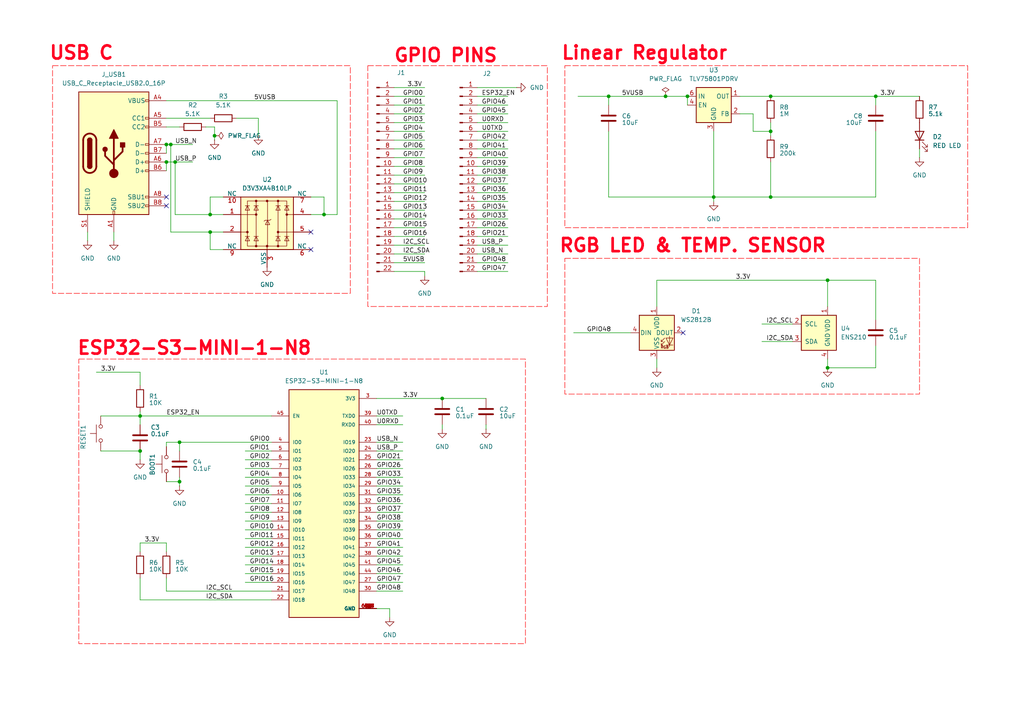
<source format=kicad_sch>
(kicad_sch (version 20231120) (generator "eeschema") (generator_version "8.0")
  (paper "A4")
  (title_block (title "ESP32-S3-MINI-1-N8 Dev Board") (date "2025-02-05") (comment 1 "Nabil Hassan"))
  (lib_symbols
    (symbol "Connector:Conn_01x22_Pin" (pin_names (offset 1.016) hide)
      (property "Reference" "J" (at 0 27.94 0))
      (property "Value" "Conn_01x22_Pin" (at 0 -30.48 0))
      (symbol "Conn_01x22_Pin_1_1"
        (polyline (pts (xy 1.27 -27.94) (xy 0.8636 -27.94)) (stroke (width 0.1524)))
        (polyline (pts (xy 1.27 -25.4) (xy 0.8636 -25.4)) (stroke (width 0.1524)))
        (polyline (pts (xy 1.27 -22.86) (xy 0.8636 -22.86)) (stroke (width 0.1524)))
        (polyline (pts (xy 1.27 -20.32) (xy 0.8636 -20.32)) (stroke (width 0.1524)))
        (polyline (pts (xy 1.27 -17.78) (xy 0.8636 -17.78)) (stroke (width 0.1524)))
        (polyline (pts (xy 1.27 -15.24) (xy 0.8636 -15.24)) (stroke (width 0.1524)))
        (polyline (pts (xy 1.27 -12.7) (xy 0.8636 -12.7)) (stroke (width 0.1524)))
        (polyline (pts (xy 1.27 -10.16) (xy 0.8636 -10.16)) (stroke (width 0.1524)))
        (polyline (pts (xy 1.27 -7.62) (xy 0.8636 -7.62)) (stroke (width 0.1524)))
        (polyline (pts (xy 1.27 -5.08) (xy 0.8636 -5.08)) (stroke (width 0.1524)))
        (polyline (pts (xy 1.27 -2.54) (xy 0.8636 -2.54)) (stroke (width 0.1524)))
        (polyline (pts (xy 1.27 0) (xy 0.8636 0)) (stroke (width 0.1524)))
        (polyline (pts (xy 1.27 2.54) (xy 0.8636 2.54)) (stroke (width 0.1524)))
        (polyline (pts (xy 1.27 5.08) (xy 0.8636 5.08)) (stroke (width 0.1524)))
        (polyline (pts (xy 1.27 7.62) (xy 0.8636 7.62)) (stroke (width 0.1524)))
        (polyline (pts (xy 1.27 10.16) (xy 0.8636 10.16)) (stroke (width 0.1524)))
        (polyline (pts (xy 1.27 12.7) (xy 0.8636 12.7)) (stroke (width 0.1524)))
        (polyline (pts (xy 1.27 15.24) (xy 0.8636 15.24)) (stroke (width 0.1524)))
        (polyline (pts (xy 1.27 17.78) (xy 0.8636 17.78)) (stroke (width 0.1524)))
        (polyline (pts (xy 1.27 20.32) (xy 0.8636 20.32)) (stroke (width 0.1524)))
        (polyline (pts (xy 1.27 22.86) (xy 0.8636 22.86)) (stroke (width 0.1524)))
        (polyline (pts (xy 1.27 25.4) (xy 0.8636 25.4)) (stroke (width 0.1524)))
        (rectangle (start 0.8636 -27.813) (end 0 -28.067) (stroke (width 0.1524)) (fill (type outline)))
        (rectangle (start 0.8636 -25.273) (end 0 -25.527) (stroke (width 0.1524)) (fill (type outline)))
        (rectangle (start 0.8636 -22.733) (end 0 -22.987) (stroke (width 0.1524)) (fill (type outline)))
        (rectangle (start 0.8636 -20.193) (end 0 -20.447) (stroke (width 0.1524)) (fill (type outline)))
        (rectangle (start 0.8636 -17.653) (end 0 -17.907) (stroke (width 0.1524)) (fill (type outline)))
        (rectangle (start 0.8636 -15.113) (end 0 -15.367) (stroke (width 0.1524)) (fill (type outline)))
        (rectangle (start 0.8636 -12.573) (end 0 -12.827) (stroke (width 0.1524)) (fill (type outline)))
        (rectangle (start 0.8636 -10.033) (end 0 -10.287) (stroke (width 0.1524)) (fill (type outline)))
        (rectangle (start 0.8636 -7.493) (end 0 -7.747) (stroke (width 0.1524)) (fill (type outline)))
        (rectangle (start 0.8636 -4.953) (end 0 -5.207) (stroke (width 0.1524)) (fill (type outline)))
        (rectangle (start 0.8636 -2.413) (end 0 -2.667) (stroke (width 0.1524)) (fill (type outline)))
        (rectangle (start 0.8636 0.127) (end 0 -0.127) (stroke (width 0.1524)) (fill (type outline)))
        (rectangle (start 0.8636 2.667) (end 0 2.413) (stroke (width 0.1524)) (fill (type outline)))
        (rectangle (start 0.8636 5.207) (end 0 4.953) (stroke (width 0.1524)) (fill (type outline)))
        (rectangle (start 0.8636 7.747) (end 0 7.493) (stroke (width 0.1524)) (fill (type outline)))
        (rectangle (start 0.8636 10.287) (end 0 10.033) (stroke (width 0.1524)) (fill (type outline)))
        (rectangle (start 0.8636 12.827) (end 0 12.573) (stroke (width 0.1524)) (fill (type outline)))
        (rectangle (start 0.8636 15.367) (end 0 15.113) (stroke (width 0.1524)) (fill (type outline)))
        (rectangle (start 0.8636 17.907) (end 0 17.653) (stroke (width 0.1524)) (fill (type outline)))
        (rectangle (start 0.8636 20.447) (end 0 20.193) (stroke (width 0.1524)) (fill (type outline)))
        (rectangle (start 0.8636 22.987) (end 0 22.733) (stroke (width 0.1524)) (fill (type outline)))
        (rectangle (start 0.8636 25.527) (end 0 25.273) (stroke (width 0.1524)) (fill (type outline)))
        (pin passive line (at 5.08 25.4 180) (length 3.81) (name "Pin_1") (number "1"))
        (pin passive line (at 5.08 2.54 180) (length 3.81) (name "Pin_10") (number "10"))
        (pin passive line (at 5.08 0 180) (length 3.81) (name "Pin_11") (number "11"))
        (pin passive line (at 5.08 -2.54 180) (length 3.81) (name "Pin_12") (number "12"))
        (pin passive line (at 5.08 -5.08 180) (length 3.81) (name "Pin_13") (number "13"))
        (pin passive line (at 5.08 -7.62 180) (length 3.81) (name "Pin_14") (number "14"))
        (pin passive line (at 5.08 -10.16 180) (length 3.81) (name "Pin_15") (number "15"))
        (pin passive line (at 5.08 -12.7 180) (length 3.81) (name "Pin_16") (number "16"))
        (pin passive line (at 5.08 -15.24 180) (length 3.81) (name "Pin_17") (number "17"))
        (pin passive line (at 5.08 -17.78 180) (length 3.81) (name "Pin_18") (number "18"))
        (pin passive line (at 5.08 -20.32 180) (length 3.81) (name "Pin_19") (number "19"))
        (pin passive line (at 5.08 22.86 180) (length 3.81) (name "Pin_2") (number "2"))
        (pin passive line (at 5.08 -22.86 180) (length 3.81) (name "Pin_20") (number "20"))
        (pin passive line (at 5.08 -25.4 180) (length 3.81) (name "Pin_21") (number "21"))
        (pin passive line (at 5.08 -27.94 180) (length 3.81) (name "Pin_22") (number "22"))
        (pin passive line (at 5.08 20.32 180) (length 3.81) (name "Pin_3") (number "3"))
        (pin passive line (at 5.08 17.78 180) (length 3.81) (name "Pin_4") (number "4"))
        (pin passive line (at 5.08 15.24 180) (length 3.81) (name "Pin_5") (number "5"))
        (pin passive line (at 5.08 12.7 180) (length 3.81) (name "Pin_6") (number "6"))
        (pin passive line (at 5.08 10.16 180) (length 3.81) (name "Pin_7") (number "7"))
        (pin passive line (at 5.08 7.62 180) (length 3.81) (name "Pin_8") (number "8"))
        (pin passive line (at 5.08 5.08 180) (length 3.81) (name "Pin_9") (number "9"))
      )
    )
    (symbol "Connector:USB_C_Receptacle_USB2.0_16P" (pin_names (offset 1.016))
      (property "Reference" "J" (at 0 22.225 0))
      (property "Value" "USB_C_Receptacle_USB2.0_16P" (at 0 19.685 0))
      (symbol "USB_C_Receptacle_USB2.0_16P_0_0"
        (rectangle (start -0.254 -17.78) (end 0.254 -16.764))
        (rectangle (start 10.16 -14.986) (end 9.144 -15.494))
        (rectangle (start 10.16 -12.446) (end 9.144 -12.954))
        (rectangle (start 10.16 -4.826) (end 9.144 -5.334))
        (rectangle (start 10.16 -2.286) (end 9.144 -2.794))
        (rectangle (start 10.16 0.254) (end 9.144 -0.254))
        (rectangle (start 10.16 2.794) (end 9.144 2.286))
        (rectangle (start 10.16 7.874) (end 9.144 7.366))
        (rectangle (start 10.16 10.414) (end 9.144 9.906))
        (rectangle (start 10.16 15.494) (end 9.144 14.986))
      )
      (symbol "USB_C_Receptacle_USB2.0_16P_0_1"
        (rectangle (start -10.16 17.78) (end 10.16 -17.78) (stroke (width 0.254)) (fill (type background)))
        (arc (start -8.89 -3.81) (mid -6.985 -5.7067) (end -5.08 -3.81) (stroke (width 0.508)))
        (arc (start -7.62 -3.81) (mid -6.985 -4.4423) (end -6.35 -3.81) (stroke (width 0.254)))
        (arc (start -7.62 -3.81) (mid -6.985 -4.4423) (end -6.35 -3.81) (stroke (width 0.254)) (fill (type outline)))
        (rectangle (start -7.62 -3.81) (end -6.35 3.81) (stroke (width 0.254)) (fill (type outline)))
        (arc (start -6.35 3.81) (mid -6.985 4.4423) (end -7.62 3.81) (stroke (width 0.254)))
        (arc (start -6.35 3.81) (mid -6.985 4.4423) (end -7.62 3.81) (stroke (width 0.254)) (fill (type outline)))
        (arc (start -5.08 3.81) (mid -6.985 5.7067) (end -8.89 3.81) (stroke (width 0.508)))
        (circle (center -2.54 1.143) (radius 0.635) (stroke (width 0.254)) (fill (type outline)))
        (circle (center 0 -5.842) (radius 1.27) (fill (type outline)))
        (polyline (pts (xy -8.89 -3.81) (xy -8.89 3.81)) (stroke (width 0.508)))
        (polyline (pts (xy -5.08 3.81) (xy -5.08 -3.81)) (stroke (width 0.508)))
        (polyline (pts (xy 0 -5.842) (xy 0 4.318)) (stroke (width 0.508)))
        (polyline (pts (xy 0 -3.302) (xy -2.54 -0.762) (xy -2.54 0.508)) (stroke (width 0.508)))
        (polyline (pts (xy 0 -2.032) (xy 2.54 0.508) (xy 2.54 1.778)) (stroke (width 0.508)))
        (polyline (pts (xy -1.27 4.318) (xy 0 6.858) (xy 1.27 4.318) (xy -1.27 4.318)) (stroke (width 0.254)) (fill (type outline)))
        (rectangle (start 1.905 1.778) (end 3.175 3.048) (stroke (width 0.254)) (fill (type outline)))
      )
      (symbol "USB_C_Receptacle_USB2.0_16P_1_1"
        (pin passive line (at 0 -22.86 90) (length 5.08) (name "GND") (number "A1"))
        (pin passive line (at 0 -22.86 90) (length 5.08) hide (name "GND") (number "A12"))
        (pin passive line (at 15.24 15.24 180) (length 5.08) (name "VBUS") (number "A4"))
        (pin bidirectional line (at 15.24 10.16 180) (length 5.08) (name "CC1") (number "A5"))
        (pin bidirectional line (at 15.24 -2.54 180) (length 5.08) (name "D+") (number "A6"))
        (pin bidirectional line (at 15.24 2.54 180) (length 5.08) (name "D-") (number "A7"))
        (pin bidirectional line (at 15.24 -12.7 180) (length 5.08) (name "SBU1") (number "A8"))
        (pin passive line (at 15.24 15.24 180) (length 5.08) hide (name "VBUS") (number "A9"))
        (pin passive line (at 0 -22.86 90) (length 5.08) hide (name "GND") (number "B1"))
        (pin passive line (at 0 -22.86 90) (length 5.08) hide (name "GND") (number "B12"))
        (pin passive line (at 15.24 15.24 180) (length 5.08) hide (name "VBUS") (number "B4"))
        (pin bidirectional line (at 15.24 7.62 180) (length 5.08) (name "CC2") (number "B5"))
        (pin bidirectional line (at 15.24 -5.08 180) (length 5.08) (name "D+") (number "B6"))
        (pin bidirectional line (at 15.24 0 180) (length 5.08) (name "D-") (number "B7"))
        (pin bidirectional line (at 15.24 -15.24 180) (length 5.08) (name "SBU2") (number "B8"))
        (pin passive line (at 15.24 15.24 180) (length 5.08) hide (name "VBUS") (number "B9"))
        (pin passive line (at -7.62 -22.86 90) (length 5.08) (name "SHIELD") (number "S1"))
      )
    )
    (symbol "Device:C" (pin_numbers hide) (pin_names (offset 0.254))
      (property "Reference" "C" (at 0.635 2.54 0))
      (property "Value" "C" (at 0.635 -2.54 0))
      (symbol "C_0_1"
        (polyline (pts (xy -2.032 -0.762) (xy 2.032 -0.762)) (stroke (width 0.508)))
        (polyline (pts (xy -2.032 0.762) (xy 2.032 0.762)) (stroke (width 0.508)))
      )
      (symbol "C_1_1"
        (pin passive line (at 0 3.81 270) (length 2.794) (name "~") (number "1"))
        (pin passive line (at 0 -3.81 90) (length 2.794) (name "~") (number "2"))
      )
    )
    (symbol "Device:LED" (pin_numbers hide) (pin_names (offset 1.016) hide)
      (property "Reference" "D" (at 0 2.54 0))
      (property "Value" "LED" (at 0 -2.54 0))
      (symbol "LED_0_1"
        (polyline (pts (xy -1.27 -1.27) (xy -1.27 1.27)) (stroke (width 0.254)))
        (polyline (pts (xy -1.27 0) (xy 1.27 0)))
        (polyline (pts (xy 1.27 -1.27) (xy 1.27 1.27) (xy -1.27 0) (xy 1.27 -1.27)) (stroke (width 0.254)))
        (polyline (pts (xy -3.048 -0.762) (xy -4.572 -2.286) (xy -3.81 -2.286) (xy -4.572 -2.286) (xy -4.572 -1.524)))
        (polyline (pts (xy -1.778 -0.762) (xy -3.302 -2.286) (xy -2.54 -2.286) (xy -3.302 -2.286) (xy -3.302 -1.524)))
      )
      (symbol "LED_1_1"
        (pin passive line (at -3.81 0 0) (length 2.54) (name "K") (number "1"))
        (pin passive line (at 3.81 0 180) (length 2.54) (name "A") (number "2"))
      )
    )
    (symbol "Device:R" (pin_numbers hide) (pin_names (offset 0))
      (property "Reference" "R" (at 2.032 0 90))
      (property "Value" "R" (at 0 0 90))
      (symbol "R_0_1"
        (rectangle (start -1.016 -2.54) (end 1.016 2.54) (stroke (width 0.254)))
      )
      (symbol "R_1_1"
        (pin passive line (at 0 3.81 270) (length 1.27) (name "~") (number "1"))
        (pin passive line (at 0 -3.81 90) (length 1.27) (name "~") (number "2"))
      )
    )
    (symbol "ESP32-S3-MINI-1-N8:ESP32-S3-MINI-1-N8" (pin_names (offset 1.016))
      (property "Reference" "U" (at -10.16 34.29 0))
      (property "Value" "ESP32-S3-MINI-1-N8" (at -10.16 -35.56 0))
      (symbol "ESP32-S3-MINI-1-N8_0_0"
        (rectangle (start -10.16 -33.02) (end 10.16 33.02) (stroke (width 0.254)) (fill (type background)))
        (pin power_in line (at 15.24 -30.48 180) (length 5.08) (name "GND") (number "1"))
        (pin bidirectional line (at -15.24 2.54 0) (length 5.08) (name "IO6") (number "10"))
        (pin bidirectional line (at -15.24 0 0) (length 5.08) (name "IO7") (number "11"))
        (pin bidirectional line (at -15.24 -2.54 0) (length 5.08) (name "IO8") (number "12"))
        (pin bidirectional line (at -15.24 -5.08 0) (length 5.08) (name "IO9") (number "13"))
        (pin bidirectional line (at -15.24 -7.62 0) (length 5.08) (name "IO10") (number "14"))
        (pin bidirectional line (at -15.24 -10.16 0) (length 5.08) (name "IO11") (number "15"))
        (pin bidirectional line (at -15.24 -12.7 0) (length 5.08) (name "IO12") (number "16"))
        (pin bidirectional line (at -15.24 -15.24 0) (length 5.08) (name "IO13") (number "17"))
        (pin bidirectional line (at -15.24 -17.78 0) (length 5.08) (name "IO14") (number "18"))
        (pin bidirectional line (at -15.24 -20.32 0) (length 5.08) (name "IO15") (number "19"))
        (pin power_in line (at 15.24 -30.48 180) (length 5.08) (name "GND") (number "2"))
        (pin bidirectional line (at -15.24 -22.86 0) (length 5.08) (name "IO16") (number "20"))
        (pin bidirectional line (at -15.24 -25.4 0) (length 5.08) (name "IO17") (number "21"))
        (pin bidirectional line (at -15.24 -27.94 0) (length 5.08) (name "IO18") (number "22"))
        (pin bidirectional line (at 15.24 17.78 180) (length 5.08) (name "IO19") (number "23"))
        (pin bidirectional line (at 15.24 15.24 180) (length 5.08) (name "IO20") (number "24"))
        (pin bidirectional line (at 15.24 12.7 180) (length 5.08) (name "IO21") (number "25"))
        (pin bidirectional line (at 15.24 10.16 180) (length 5.08) (name "IO26") (number "26"))
        (pin bidirectional line (at 15.24 -22.86 180) (length 5.08) (name "IO47") (number "27"))
        (pin bidirectional line (at 15.24 7.62 180) (length 5.08) (name "IO33") (number "28"))
        (pin bidirectional line (at 15.24 5.08 180) (length 5.08) (name "IO34") (number "29"))
        (pin power_in line (at 15.24 30.48 180) (length 5.08) (name "3V3") (number "3"))
        (pin bidirectional line (at 15.24 -25.4 180) (length 5.08) (name "IO48") (number "30"))
        (pin bidirectional line (at 15.24 2.54 180) (length 5.08) (name "IO35") (number "31"))
        (pin bidirectional line (at 15.24 0 180) (length 5.08) (name "IO36") (number "32"))
        (pin bidirectional line (at 15.24 -2.54 180) (length 5.08) (name "IO37") (number "33"))
        (pin bidirectional line (at 15.24 -5.08 180) (length 5.08) (name "IO38") (number "34"))
        (pin bidirectional line (at 15.24 -7.62 180) (length 5.08) (name "IO39") (number "35"))
        (pin bidirectional line (at 15.24 -10.16 180) (length 5.08) (name "IO40") (number "36"))
        (pin bidirectional line (at 15.24 -12.7 180) (length 5.08) (name "IO41") (number "37"))
        (pin bidirectional line (at 15.24 -15.24 180) (length 5.08) (name "IO42") (number "38"))
        (pin bidirectional line (at 15.24 25.4 180) (length 5.08) (name "TXD0") (number "39"))
        (pin bidirectional line (at -15.24 17.78 0) (length 5.08) (name "IO0") (number "4"))
        (pin bidirectional line (at 15.24 22.86 180) (length 5.08) (name "RXD0") (number "40"))
        (pin bidirectional line (at 15.24 -17.78 180) (length 5.08) (name "IO45") (number "41"))
        (pin power_in line (at 15.24 -30.48 180) (length 5.08) (name "GND") (number "42"))
        (pin power_in line (at 15.24 -30.48 180) (length 5.08) (name "GND") (number "43"))
        (pin bidirectional line (at 15.24 -20.32 180) (length 5.08) (name "IO46") (number "44"))
        (pin input line (at -15.24 25.4 0) (length 5.08) (name "EN") (number "45"))
        (pin power_in line (at 15.24 -30.48 180) (length 5.08) (name "GND") (number "46"))
        (pin power_in line (at 15.24 -30.48 180) (length 5.08) (name "GND") (number "47"))
        (pin power_in line (at 15.24 -30.48 180) (length 5.08) (name "GND") (number "48"))
        (pin power_in line (at 15.24 -30.48 180) (length 5.08) (name "GND") (number "49"))
        (pin bidirectional line (at -15.24 15.24 0) (length 5.08) (name "IO1") (number "5"))
        (pin power_in line (at 15.24 -30.48 180) (length 5.08) (name "GND") (number "50"))
        (pin power_in line (at 15.24 -30.48 180) (length 5.08) (name "GND") (number "51"))
        (pin power_in line (at 15.24 -30.48 180) (length 5.08) (name "GND") (number "52"))
        (pin power_in line (at 15.24 -30.48 180) (length 5.08) (name "GND") (number "53"))
        (pin power_in line (at 15.24 -30.48 180) (length 5.08) (name "GND") (number "54"))
        (pin power_in line (at 15.24 -30.48 180) (length 5.08) (name "GND") (number "55"))
        (pin power_in line (at 15.24 -30.48 180) (length 5.08) (name "GND") (number "56"))
        (pin power_in line (at 15.24 -30.48 180) (length 5.08) (name "GND") (number "57"))
        (pin power_in line (at 15.24 -30.48 180) (length 5.08) (name "GND") (number "58"))
        (pin power_in line (at 15.24 -30.48 180) (length 5.08) (name "GND") (number "59"))
        (pin bidirectional line (at -15.24 12.7 0) (length 5.08) (name "IO2") (number "6"))
        (pin power_in line (at 15.24 -30.48 180) (length 5.08) (name "GND") (number "60"))
        (pin power_in line (at 15.24 -30.48 180) (length 5.08) (name "GND") (number "61"))
        (pin power_in line (at 15.24 -30.48 180) (length 5.08) (name "GND") (number "61_1"))
        (pin power_in line (at 15.24 -30.48 180) (length 5.08) (name "GND") (number "61_2"))
        (pin power_in line (at 15.24 -30.48 180) (length 5.08) (name "GND") (number "61_3"))
        (pin power_in line (at 15.24 -30.48 180) (length 5.08) (name "GND") (number "61_4"))
        (pin power_in line (at 15.24 -30.48 180) (length 5.08) (name "GND") (number "61_5"))
        (pin power_in line (at 15.24 -30.48 180) (length 5.08) (name "GND") (number "61_6"))
        (pin power_in line (at 15.24 -30.48 180) (length 5.08) (name "GND") (number "61_7"))
        (pin power_in line (at 15.24 -30.48 180) (length 5.08) (name "GND") (number "61_8"))
        (pin power_in line (at 15.24 -30.48 180) (length 5.08) (name "GND") (number "62"))
        (pin power_in line (at 15.24 -30.48 180) (length 5.08) (name "GND") (number "63"))
        (pin power_in line (at 15.24 -30.48 180) (length 5.08) (name "GND") (number "64"))
        (pin power_in line (at 15.24 -30.48 180) (length 5.08) (name "GND") (number "65"))
        (pin bidirectional line (at -15.24 10.16 0) (length 5.08) (name "IO3") (number "7"))
        (pin bidirectional line (at -15.24 7.62 0) (length 5.08) (name "IO4") (number "8"))
        (pin bidirectional line (at -15.24 5.08 0) (length 5.08) (name "IO5") (number "9"))
      )
    )
    (symbol "LED:WS2812B" (pin_names (offset 0.254))
      (property "Reference" "D" (at 5.08 5.715 0))
      (property "Value" "WS2812B" (at 1.27 -5.715 0))
      (symbol "WS2812B_0_0"
        (text "RGB" (at 2.286 -4.191 0) (effects (font (size 0.762 0.762))))
      )
      (symbol "WS2812B_0_1"
        (polyline (pts (xy 1.27 -3.556) (xy 1.778 -3.556)))
        (polyline (pts (xy 1.27 -2.54) (xy 1.778 -2.54)))
        (polyline (pts (xy 4.699 -3.556) (xy 2.667 -3.556)))
        (polyline (pts (xy 2.286 -2.54) (xy 1.27 -3.556) (xy 1.27 -3.048)))
        (polyline (pts (xy 2.286 -1.524) (xy 1.27 -2.54) (xy 1.27 -2.032)))
        (polyline (pts (xy 3.683 -1.016) (xy 3.683 -3.556) (xy 3.683 -4.064)))
        (polyline (pts (xy 4.699 -1.524) (xy 2.667 -1.524) (xy 3.683 -3.556) (xy 4.699 -1.524)))
        (rectangle (start 5.08 5.08) (end -5.08 -5.08) (stroke (width 0.254)) (fill (type background)))
      )
      (symbol "WS2812B_1_1"
        (pin power_in line (at 0 7.62 270) (length 2.54) (name "VDD") (number "1"))
        (pin output line (at 7.62 0 180) (length 2.54) (name "DOUT") (number "2"))
        (pin power_in line (at 0 -7.62 90) (length 2.54) (name "VSS") (number "3"))
        (pin input line (at -7.62 0 0) (length 2.54) (name "DIN") (number "4"))
      )
    )
    (symbol "Power_Protection:D3V3XA4B10LP" (pin_names (offset 0))
      (property "Reference" "U" (at -0.635 8.89 0))
      (property "Value" "D3V3XA4B10LP" (at 8.89 -10.16 0))
      (symbol "D3V3XA4B10LP_0_0"
        (rectangle (start -5.715 6.477) (end 5.715 -6.604))
        (polyline (pts (xy -3.175 -6.604) (xy -3.175 6.477)))
        (polyline (pts (xy 0.127 6.477) (xy 0.127 -6.604)))
        (polyline (pts (xy 3.175 6.477) (xy 3.175 -6.604)))
      )
      (symbol "D3V3XA4B10LP_0_1"
        (rectangle (start -7.62 7.62) (end 7.62 -7.62) (stroke (width 0.254)) (fill (type background)))
        (circle (center -5.715 -2.54) (radius 0.2794) (fill (type outline)))
        (circle (center -3.175 -6.604) (radius 0.2794) (fill (type outline)))
        (circle (center -3.175 2.54) (radius 0.2794) (fill (type outline)))
        (circle (center -3.175 6.477) (radius 0.2794) (fill (type outline)))
        (circle (center 0 -6.604) (radius 0.2794) (fill (type outline)))
        (polyline (pts (xy -7.747 2.54) (xy -3.175 2.54)))
        (polyline (pts (xy -7.62 -2.54) (xy -5.715 -2.54)))
        (polyline (pts (xy -5.08 -3.81) (xy -6.35 -3.81)))
        (polyline (pts (xy -5.08 5.08) (xy -6.35 5.08)))
        (polyline (pts (xy -2.54 -3.81) (xy -3.81 -3.81)))
        (polyline (pts (xy -2.54 5.08) (xy -3.81 5.08)))
        (polyline (pts (xy -0.508 0.889) (xy -0.889 0.635)))
        (polyline (pts (xy 0 -6.604) (xy 0 -7.62)))
        (polyline (pts (xy 0.762 0.889) (xy -0.508 0.889)))
        (polyline (pts (xy 0.762 0.889) (xy 1.143 1.143)))
        (polyline (pts (xy 3.81 -3.81) (xy 2.54 -3.81)))
        (polyline (pts (xy 3.81 5.08) (xy 2.54 5.08)))
        (polyline (pts (xy 6.35 -3.81) (xy 5.08 -3.81)))
        (polyline (pts (xy 6.35 5.08) (xy 5.08 5.08)))
        (polyline (pts (xy 7.62 -2.54) (xy 3.175 -2.54)))
        (polyline (pts (xy 7.62 2.54) (xy 5.715 2.54)))
        (polyline (pts (xy -5.08 -5.08) (xy -6.35 -5.08) (xy -5.715 -3.81) (xy -5.08 -5.08)))
        (polyline (pts (xy -5.08 3.81) (xy -6.35 3.81) (xy -5.715 5.08) (xy -5.08 3.81)))
        (polyline (pts (xy -2.54 -5.08) (xy -3.81 -5.08) (xy -3.175 -3.81) (xy -2.54 -5.08)))
        (polyline (pts (xy -2.54 3.81) (xy -3.81 3.81) (xy -3.175 5.08) (xy -2.54 3.81)))
        (polyline (pts (xy 0.762 -0.381) (xy -0.508 -0.381) (xy 0.127 0.889) (xy 0.762 -0.381)))
        (polyline (pts (xy 3.81 -5.08) (xy 2.54 -5.08) (xy 3.175 -3.81) (xy 3.81 -5.08)))
        (polyline (pts (xy 3.81 3.81) (xy 2.54 3.81) (xy 3.175 5.08) (xy 3.81 3.81)))
        (polyline (pts (xy 6.35 -5.08) (xy 5.08 -5.08) (xy 5.715 -3.81) (xy 6.35 -5.08)))
        (polyline (pts (xy 6.35 3.81) (xy 5.08 3.81) (xy 5.715 5.08) (xy 6.35 3.81)))
        (circle (center 0 6.477) (radius 0.2794) (fill (type outline)))
        (circle (center 3.175 -6.604) (radius 0.2794) (fill (type outline)))
        (circle (center 3.175 -2.54) (radius 0.2794) (fill (type outline)))
        (circle (center 3.175 6.477) (radius 0.2794) (fill (type outline)))
        (circle (center 5.715 2.54) (radius 0.2794) (fill (type outline)))
      )
      (symbol "D3V3XA4B10LP_1_1"
        (pin passive line (at -12.7 2.54 0) (length 5.08) (name "~") (number "1"))
        (pin free line (at -12.7 7.62 0) (length 5.08) (name "NC") (number "10"))
        (pin passive line (at -12.7 -2.54 0) (length 5.08) (name "~") (number "2"))
        (pin power_in line (at 0 -12.7 90) (length 5.08) (name "VSS") (number "3"))
        (pin passive line (at 12.7 2.54 180) (length 5.08) (name "~") (number "4"))
        (pin passive line (at 12.7 -2.54 180) (length 5.08) (name "~") (number "5"))
        (pin free line (at 12.7 -7.62 180) (length 5.08) (name "NC") (number "6"))
        (pin free line (at 12.7 7.62 180) (length 5.08) (name "NC") (number "7"))
        (pin passive line (at 0 -12.7 90) (length 5.08) hide (name "VSS") (number "8"))
        (pin free line (at -12.7 -7.62 0) (length 5.08) (name "NC") (number "9"))
      )
    )
    (symbol "Regulator_Linear:TLV75801PDRV"
      (property "Reference" "U" (at -3.81 6.35 0))
      (property "Value" "TLV75801PDRV" (at 0 6.35 0))
      (symbol "TLV75801PDRV_0_1"
        (rectangle (start 5.08 -5.08) (end -5.08 5.08) (stroke (width 0.254)) (fill (type background)))
      )
      (symbol "TLV75801PDRV_1_1"
        (pin power_out line (at 7.62 2.54 180) (length 2.54) (name "OUT") (number "1"))
        (pin input line (at 7.62 -2.54 180) (length 2.54) (name "FB") (number "2"))
        (pin power_in line (at 0 -7.62 90) (length 2.54) (name "GND") (number "3"))
        (pin input line (at -7.62 0 0) (length 2.54) (name "EN") (number "4"))
        (pin no_connect line (at 5.08 0 180) (length 2.54) hide (name "DNC") (number "5"))
        (pin power_in line (at -7.62 2.54 0) (length 2.54) (name "IN") (number "6"))
        (pin passive line (at 0 -7.62 90) (length 2.54) hide (name "GND") (number "7"))
      )
    )
    (symbol "Sensor_Humidity:ENS210" (pin_names (offset 1.016))
      (property "Reference" "U" (at -7.62 10.16 0))
      (property "Value" "ENS210" (at -7.62 7.62 0))
      (symbol "ENS210_0_1"
        (rectangle (start -5.08 5.08) (end 5.08 -5.08) (stroke (width 0.254)) (fill (type background)))
      )
      (symbol "ENS210_1_1"
        (pin power_in line (at 2.54 7.62 270) (length 2.54) (name "VDD") (number "1"))
        (pin input line (at -7.62 2.54 0) (length 2.54) (name "SCL") (number "2"))
        (pin bidirectional line (at -7.62 -2.54 0) (length 2.54) (name "SDA") (number "3"))
        (pin power_in line (at 2.54 -7.62 90) (length 2.54) (name "GND") (number "4"))
        (pin passive line (at 2.54 -7.62 90) (length 2.54) hide (name "GND") (number "5"))
      )
    )
    (symbol "Switch:SW_Push" (pin_numbers hide) (pin_names (offset 1.016) hide)
      (property "Reference" "SW" (at 1.27 2.54 0))
      (property "Value" "SW_Push" (at 0 -1.524 0))
      (symbol "SW_Push_0_1"
        (circle (center -2.032 0) (radius 0.508))
        (polyline (pts (xy 0 1.27) (xy 0 3.048)))
        (polyline (pts (xy 2.54 1.27) (xy -2.54 1.27)))
        (circle (center 2.032 0) (radius 0.508))
        (pin passive line (at -5.08 0 0) (length 2.54) (name "1") (number "1"))
        (pin passive line (at 5.08 0 180) (length 2.54) (name "2") (number "2"))
      )
    )
    (symbol "power:GND" (power) (pin_numbers hide) (pin_names (offset 0) hide)
      (property "Value" "GND" (at 0 -3.81 0))
      (symbol "GND_0_1"
        (polyline (pts (xy 0 0) (xy 0 -1.27) (xy 1.27 -1.27) (xy 0 -2.54) (xy -1.27 -1.27) (xy 0 -1.27)))
      )
      (symbol "GND_1_1"
        (pin power_in line (at 0 0 270) (length 0) (name "~") (number "1"))
      )
    )
    (symbol "power:PWR_FLAG" (power) (pin_numbers hide) (pin_names (offset 0) hide)
      (property "Value" "PWR_FLAG" (at 0 3.81 0))
      (symbol "PWR_FLAG_0_0"
        (pin power_out line (at 0 0 90) (length 0) (name "~") (number "1"))
      )
      (symbol "PWR_FLAG_0_1"
        (polyline (pts (xy 0 0) (xy 0 1.27) (xy -1.016 1.905) (xy 0 2.54) (xy 1.016 1.905) (xy 0 1.27)))
      )
    )
  )
  (junction (at 193.04 27.94))
  (junction (at 60.96 62.23))
  (junction (at 49.53 41.91))
  (junction (at 254 27.94))
  (junction (at 128.27 115.57))
  (junction (at 223.52 27.94))
  (junction (at 176.53 27.94))
  (junction (at 223.52 57.15))
  (junction (at 223.52 38.1))
  (junction (at 93.98 62.23))
  (junction (at 240.03 106.68))
  (junction (at 52.07 128.27))
  (junction (at 50.8 46.99))
  (junction (at 60.96 67.31))
  (junction (at 48.26 46.99))
  (junction (at 48.26 41.91))
  (junction (at 40.64 120.65))
  (junction (at 207.01 57.15))
  (junction (at 62.23 39.37))
  (junction (at 199.39 27.94))
  (junction (at 240.03 81.28))
  (junction (at 52.07 139.7))
  (junction (at 40.64 130.81))
  (no_connect (at 90.17 72.39))
  (no_connect (at 198.12 96.52))
  (no_connect (at 48.26 57.15))
  (no_connect (at 90.17 67.31))
  (no_connect (at 48.26 59.69))
  (wire (pts (xy 52.07 128.27) (xy 78.74 128.27)))
  (wire (pts (xy 114.3 48.26) (xy 123.19 48.26)))
  (wire (pts (xy 138.43 45.72) (xy 147.32 45.72)))
  (wire (pts (xy 78.74 173.99) (xy 40.64 173.99)))
  (wire (pts (xy 138.43 40.64) (xy 147.32 40.64)))
  (wire (pts (xy 71.12 156.21) (xy 78.74 156.21)))
  (wire (pts (xy 220.98 93.98) (xy 229.87 93.98)))
  (wire (pts (xy 114.3 76.2) (xy 123.19 76.2)))
  (wire (pts (xy 223.52 57.15) (xy 254 57.15)))
  (wire (pts (xy 71.12 161.29) (xy 78.74 161.29)))
  (wire (pts (xy 109.22 128.27) (xy 116.84 128.27)))
  (wire (pts (xy 48.26 46.99) (xy 48.26 49.53)))
  (wire (pts (xy 71.12 146.05) (xy 78.74 146.05)))
  (wire (pts (xy 167.64 27.94) (xy 176.53 27.94)))
  (wire (pts (xy 48.26 157.48) (xy 40.64 157.48)))
  (wire (pts (xy 109.22 138.43) (xy 116.84 138.43)))
  (wire (pts (xy 109.22 171.45) (xy 116.84 171.45)))
  (wire (pts (xy 71.12 130.81) (xy 78.74 130.81)))
  (wire (pts (xy 97.79 29.21) (xy 48.26 29.21)))
  (wire (pts (xy 25.4 67.31) (xy 25.4 69.85)))
  (wire (pts (xy 240.03 81.28) (xy 240.03 88.9)))
  (wire (pts (xy 190.5 81.28) (xy 240.03 81.28)))
  (wire (pts (xy 138.43 50.8) (xy 147.32 50.8)))
  (wire (pts (xy 109.22 151.13) (xy 116.84 151.13)))
  (wire (pts (xy 254 100.33) (xy 254 106.68)))
  (wire (pts (xy 176.53 27.94) (xy 176.53 30.48)))
  (wire (pts (xy 40.64 111.76) (xy 40.64 107.95)))
  (wire (pts (xy 48.26 46.99) (xy 50.8 46.99)))
  (wire (pts (xy 138.43 73.66) (xy 147.32 73.66)))
  (wire (pts (xy 114.3 60.96) (xy 123.19 60.96)))
  (wire (pts (xy 207.01 57.15) (xy 223.52 57.15)))
  (wire (pts (xy 109.22 140.97) (xy 116.84 140.97)))
  (wire (pts (xy 62.23 40.64) (xy 62.23 39.37)))
  (wire (pts (xy 48.26 171.45) (xy 78.74 171.45)))
  (wire (pts (xy 109.22 143.51) (xy 116.84 143.51)))
  (wire (pts (xy 223.52 27.94) (xy 254 27.94)))
  (wire (pts (xy 207.01 57.15) (xy 207.01 58.42)))
  (wire (pts (xy 138.43 58.42) (xy 147.32 58.42)))
  (wire (pts (xy 52.07 130.81) (xy 52.07 128.27)))
  (wire (pts (xy 109.22 158.75) (xy 116.84 158.75)))
  (wire (pts (xy 40.64 173.99) (xy 40.64 167.64)))
  (wire (pts (xy 64.77 67.31) (xy 60.96 67.31)))
  (wire (pts (xy 190.5 88.9) (xy 190.5 81.28)))
  (wire (pts (xy 71.12 135.89) (xy 78.74 135.89)))
  (wire (pts (xy 214.63 33.02) (xy 218.44 33.02)))
  (wire (pts (xy 114.3 30.48) (xy 123.19 30.48)))
  (wire (pts (xy 138.43 33.02) (xy 147.32 33.02)))
  (wire (pts (xy 50.8 46.99) (xy 55.88 46.99)))
  (wire (pts (xy 138.43 27.94) (xy 147.32 27.94)))
  (wire (pts (xy 223.52 38.1) (xy 223.52 39.37)))
  (wire (pts (xy 40.64 157.48) (xy 40.64 160.02)))
  (wire (pts (xy 138.43 71.12) (xy 147.32 71.12)))
  (wire (pts (xy 71.12 140.97) (xy 78.74 140.97)))
  (wire (pts (xy 52.07 138.43) (xy 52.07 139.7)))
  (wire (pts (xy 49.53 41.91) (xy 55.88 41.91)))
  (wire (pts (xy 60.96 67.31) (xy 49.53 67.31)))
  (wire (pts (xy 114.3 43.18) (xy 123.19 43.18)))
  (wire (pts (xy 109.22 123.19) (xy 116.84 123.19)))
  (wire (pts (xy 138.43 38.1) (xy 147.32 38.1)))
  (wire (pts (xy 71.12 168.91) (xy 78.74 168.91)))
  (wire (pts (xy 114.3 68.58) (xy 123.19 68.58)))
  (wire (pts (xy 114.3 58.42) (xy 123.19 58.42)))
  (wire (pts (xy 93.98 62.23) (xy 97.79 62.23)))
  (wire (pts (xy 114.3 71.12) (xy 123.19 71.12)))
  (wire (pts (xy 71.12 158.75) (xy 78.74 158.75)))
  (wire (pts (xy 60.96 62.23) (xy 50.8 62.23)))
  (wire (pts (xy 48.26 128.27) (xy 52.07 128.27)))
  (wire (pts (xy 138.43 35.56) (xy 147.32 35.56)))
  (wire (pts (xy 190.5 104.14) (xy 190.5 106.68)))
  (wire (pts (xy 114.3 53.34) (xy 123.19 53.34)))
  (wire (pts (xy 266.7 43.18) (xy 266.7 45.72)))
  (wire (pts (xy 71.12 151.13) (xy 78.74 151.13)))
  (wire (pts (xy 48.26 139.7) (xy 52.07 139.7)))
  (wire (pts (xy 40.64 120.65) (xy 78.74 120.65)))
  (wire (pts (xy 40.64 130.81) (xy 40.64 133.35)))
  (wire (pts (xy 114.3 63.5) (xy 123.19 63.5)))
  (wire (pts (xy 138.43 68.58) (xy 147.32 68.58)))
  (wire (pts (xy 74.93 39.37) (xy 74.93 34.29)))
  (wire (pts (xy 114.3 38.1) (xy 123.19 38.1)))
  (wire (pts (xy 138.43 66.04) (xy 147.32 66.04)))
  (wire (pts (xy 223.52 35.56) (xy 223.52 38.1)))
  (wire (pts (xy 48.26 129.54) (xy 48.26 128.27)))
  (wire (pts (xy 138.43 55.88) (xy 147.32 55.88)))
  (wire (pts (xy 218.44 33.02) (xy 218.44 38.1)))
  (wire (pts (xy 109.22 148.59) (xy 116.84 148.59)))
  (wire (pts (xy 114.3 35.56) (xy 123.19 35.56)))
  (wire (pts (xy 138.43 63.5) (xy 147.32 63.5)))
  (wire (pts (xy 123.19 80.01) (xy 123.19 78.74)))
  (wire (pts (xy 40.64 119.38) (xy 40.64 120.65)))
  (wire (pts (xy 138.43 76.2) (xy 147.32 76.2)))
  (wire (pts (xy 218.44 38.1) (xy 223.52 38.1)))
  (wire (pts (xy 52.07 139.7) (xy 52.07 140.97)))
  (wire (pts (xy 199.39 27.94) (xy 199.39 30.48)))
  (wire (pts (xy 48.26 167.64) (xy 48.26 171.45)))
  (wire (pts (xy 109.22 135.89) (xy 116.84 135.89)))
  (wire (pts (xy 113.03 179.07) (xy 113.03 176.53)))
  (wire (pts (xy 71.12 163.83) (xy 78.74 163.83)))
  (wire (pts (xy 50.8 62.23) (xy 50.8 46.99)))
  (wire (pts (xy 29.21 120.65) (xy 40.64 120.65)))
  (wire (pts (xy 40.64 120.65) (xy 40.64 123.19)))
  (wire (pts (xy 71.12 133.35) (xy 78.74 133.35)))
  (wire (pts (xy 109.22 163.83) (xy 116.84 163.83)))
  (wire (pts (xy 138.43 60.96) (xy 147.32 60.96)))
  (wire (pts (xy 33.02 67.31) (xy 33.02 69.85)))
  (wire (pts (xy 109.22 156.21) (xy 116.84 156.21)))
  (wire (pts (xy 207.01 38.1) (xy 207.01 57.15)))
  (wire (pts (xy 29.21 130.81) (xy 40.64 130.81)))
  (wire (pts (xy 48.26 36.83) (xy 52.07 36.83)))
  (wire (pts (xy 109.22 115.57) (xy 128.27 115.57)))
  (wire (pts (xy 97.79 62.23) (xy 97.79 29.21)))
  (wire (pts (xy 114.3 50.8) (xy 123.19 50.8)))
  (wire (pts (xy 114.3 73.66) (xy 123.19 73.66)))
  (wire (pts (xy 109.22 161.29) (xy 116.84 161.29)))
  (wire (pts (xy 60.96 67.31) (xy 60.96 72.39)))
  (wire (pts (xy 114.3 27.94) (xy 123.19 27.94)))
  (wire (pts (xy 93.98 57.15) (xy 93.98 62.23)))
  (wire (pts (xy 254 38.1) (xy 254 57.15)))
  (wire (pts (xy 109.22 120.65) (xy 116.84 120.65)))
  (wire (pts (xy 214.63 27.94) (xy 223.52 27.94)))
  (wire (pts (xy 138.43 53.34) (xy 147.32 53.34)))
  (wire (pts (xy 140.97 123.19) (xy 140.97 124.46)))
  (wire (pts (xy 128.27 115.57) (xy 140.97 115.57)))
  (wire (pts (xy 114.3 25.4) (xy 123.19 25.4)))
  (wire (pts (xy 27.94 107.95) (xy 40.64 107.95)))
  (wire (pts (xy 138.43 30.48) (xy 147.32 30.48)))
  (wire (pts (xy 60.96 72.39) (xy 64.77 72.39)))
  (wire (pts (xy 71.12 138.43) (xy 78.74 138.43)))
  (wire (pts (xy 113.03 176.53) (xy 109.22 176.53)))
  (wire (pts (xy 220.98 99.06) (xy 229.87 99.06)))
  (wire (pts (xy 109.22 146.05) (xy 116.84 146.05)))
  (wire (pts (xy 62.23 39.37) (xy 62.23 36.83)))
  (wire (pts (xy 114.3 55.88) (xy 123.19 55.88)))
  (wire (pts (xy 71.12 148.59) (xy 78.74 148.59)))
  (wire (pts (xy 64.77 57.15) (xy 60.96 57.15)))
  (wire (pts (xy 114.3 33.02) (xy 123.19 33.02)))
  (wire (pts (xy 128.27 123.19) (xy 128.27 124.46)))
  (wire (pts (xy 114.3 45.72) (xy 123.19 45.72)))
  (wire (pts (xy 60.96 57.15) (xy 60.96 62.23)))
  (wire (pts (xy 109.22 168.91) (xy 116.84 168.91)))
  (wire (pts (xy 71.12 153.67) (xy 78.74 153.67)))
  (wire (pts (xy 254 92.71) (xy 254 81.28)))
  (wire (pts (xy 48.26 41.91) (xy 49.53 41.91)))
  (wire (pts (xy 138.43 48.26) (xy 147.32 48.26)))
  (wire (pts (xy 176.53 38.1) (xy 176.53 57.15)))
  (wire (pts (xy 109.22 133.35) (xy 116.84 133.35)))
  (wire (pts (xy 176.53 57.15) (xy 207.01 57.15)))
  (wire (pts (xy 48.26 160.02) (xy 48.26 157.48)))
  (wire (pts (xy 90.17 57.15) (xy 93.98 57.15)))
  (wire (pts (xy 123.19 78.74) (xy 114.3 78.74)))
  (wire (pts (xy 62.23 36.83) (xy 59.69 36.83)))
  (wire (pts (xy 71.12 143.51) (xy 78.74 143.51)))
  (wire (pts (xy 166.37 96.52) (xy 182.88 96.52)))
  (wire (pts (xy 109.22 153.67) (xy 116.84 153.67)))
  (wire (pts (xy 254 27.94) (xy 266.7 27.94)))
  (wire (pts (xy 138.43 43.18) (xy 147.32 43.18)))
  (wire (pts (xy 240.03 104.14) (xy 240.03 106.68)))
  (wire (pts (xy 223.52 46.99) (xy 223.52 57.15)))
  (wire (pts (xy 64.77 62.23) (xy 60.96 62.23)))
  (wire (pts (xy 138.43 78.74) (xy 147.32 78.74)))
  (wire (pts (xy 49.53 67.31) (xy 49.53 41.91)))
  (wire (pts (xy 71.12 166.37) (xy 78.74 166.37)))
  (wire (pts (xy 60.96 34.29) (xy 48.26 34.29)))
  (wire (pts (xy 74.93 34.29) (xy 68.58 34.29)))
  (wire (pts (xy 254 30.48) (xy 254 27.94)))
  (wire (pts (xy 48.26 41.91) (xy 48.26 44.45)))
  (wire (pts (xy 193.04 27.94) (xy 199.39 27.94)))
  (wire (pts (xy 254 106.68) (xy 240.03 106.68)))
  (wire (pts (xy 90.17 62.23) (xy 93.98 62.23)))
  (wire (pts (xy 114.3 66.04) (xy 123.19 66.04)))
  (wire (pts (xy 254 81.28) (xy 240.03 81.28)))
  (wire (pts (xy 138.43 25.4) (xy 149.86 25.4)))
  (wire (pts (xy 109.22 166.37) (xy 116.84 166.37)))
  (wire (pts (xy 109.22 130.81) (xy 116.84 130.81)))
  (wire (pts (xy 176.53 27.94) (xy 193.04 27.94)))
  (wire (pts (xy 114.3 40.64) (xy 123.19 40.64)))
  (rectangle (start 15.24 19.05) (end 101.6 85.09) (stroke (width 0) (type dash) (color 255 0 4 1)))
  (rectangle (start 163.83 74.93) (end 266.7 114.3) (stroke (width 0) (type dash) (color 255 0 4 1)))
  (rectangle (start 106.68 19.05) (end 158.75 88.9) (stroke (width 0) (type dash) (color 255 0 4 1)))
  (rectangle (start 163.83 19.05) (end 280.67 66.04) (stroke (width 0) (type dash) (color 255 0 4 1)))
  (rectangle (start 22.86 104.14) (end 152.4 186.69) (stroke (width 0) (type dash) (color 255 0 4 1)))
  (text "USB C\n" (at 23.622 15.494 0) (effects (font (size 3.81 3.81) (thickness 0.762) (bold yes))))
  (text "GPIO PINS\n" (at 129.286 16.256 0) (effects (font (size 3.81 3.81) (thickness 0.762) (bold yes))))
  (text "Linear Regulator" (at 186.944 15.494 0) (effects (font (size 3.81 3.81) (thickness 0.762) (bold yes))))
  (text "RGB LED & TEMP. SENSOR" (at 200.914 71.374 0) (effects (font (size 3.81 3.81) (thickness 0.762) (bold yes))))
  (text "ESP32-S3-MINI-1-N8\n" (at 56.388 101.092 0) (effects (font (size 3.81 3.81) (thickness 0.762) (bold yes))))
  (label "GPIO6" (at 116.84 43.18 0))
  (label "GPIO35" (at 139.7 58.42 0))
  (label "GPIO4" (at 72.39 138.43 0))
  (label "GPIO21" (at 139.7 68.58 0))
  (label "I2C_SDA" (at 222.25 99.06 0))
  (label "GPIO0" (at 72.39 128.27 0))
  (label "3.3V" (at 41.91 157.48 0))
  (label "GPIO38" (at 139.7 50.8 0))
  (label "GPIO10" (at 116.84 53.34 0))
  (label "U0TXD" (at 139.7 38.1 0))
  (label "GPIO1" (at 72.39 130.81 0))
  (label "GPIO6" (at 72.39 143.51 0))
  (label "GPIO10" (at 72.39 153.67 0))
  (label "I2C_SCL" (at 116.84 71.12 0))
  (label "GPIO48" (at 139.7 76.2 0))
  (label "GPIO12" (at 116.84 58.42 0))
  (label "3.3V" (at 29.21 107.95 0))
  (label "GPIO47" (at 109.22 168.91 0))
  (label "GPIO39" (at 109.22 153.67 0))
  (label "GPIO13" (at 72.39 161.29 0))
  (label "GPIO36" (at 139.7 55.88 0))
  (label "GPIO1" (at 116.84 30.48 0))
  (label "USB_P" (at 139.7 71.12 0))
  (label "GPIO42" (at 139.7 40.64 0))
  (label "GPIO4" (at 116.84 38.1 0))
  (label "I2C_SCL" (at 222.25 93.98 0))
  (label "GPIO39" (at 139.7 48.26 0))
  (label "GPIO41" (at 109.22 158.75 0))
  (label "GPIO14" (at 116.84 63.5 0))
  (label "3.3V" (at 255.27 27.94 0))
  (label "I2C_SDA" (at 59.69 173.99 0))
  (label "GPIO46" (at 109.22 166.37 0))
  (label "GPIO2" (at 116.84 33.02 0))
  (label "USB_P" (at 50.8 46.99 0))
  (label "GPIO2" (at 72.39 133.35 0))
  (label "USB_N" (at 109.22 128.27 0))
  (label "GPIO5" (at 116.84 40.64 0))
  (label "GPIO16" (at 72.39 168.91 0))
  (label "GPIO3" (at 72.39 135.89 0))
  (label "3.3V" (at 116.84 115.57 0))
  (label "GPIO37" (at 139.7 53.34 0))
  (label "GPIO7" (at 116.84 45.72 0))
  (label "5VUSB" (at 116.84 76.2 0))
  (label "GPIO11" (at 116.84 55.88 0))
  (label "I2C_SDA" (at 116.84 73.66 0))
  (label "GPIO5" (at 72.39 140.97 0))
  (label "GPIO41" (at 139.7 43.18 0))
  (label "GPIO7" (at 72.39 146.05 0))
  (label "GPIO36" (at 109.22 146.05 0))
  (label "GPIO48" (at 170.18 96.52 0))
  (label "GPIO33" (at 109.22 138.43 0))
  (label "I2C_SCL" (at 59.69 171.45 0))
  (label "ESP32_EN" (at 139.7 27.94 0))
  (label "GPIO37" (at 109.22 148.59 0))
  (label "GPIO34" (at 139.7 60.96 0))
  (label "GPIO40" (at 109.22 156.21 0))
  (label "GPIO42" (at 109.22 161.29 0))
  (label "GPIO13" (at 116.84 60.96 0))
  (label "GPIO12" (at 72.39 158.75 0))
  (label "USB_N" (at 50.8 41.91 0))
  (label "GPIO21" (at 109.22 133.35 0))
  (label "GPIO47" (at 139.7 78.74 0))
  (label "GPIO16" (at 116.84 68.58 0))
  (label "USB_P" (at 109.22 130.81 0))
  (label "GPIO26" (at 109.22 135.89 0))
  (label "GPIO48" (at 109.22 171.45 0))
  (label "GPIO33" (at 139.7 63.5 0))
  (label "5VUSB" (at 73.66 29.21 0))
  (label "GPIO9" (at 72.39 151.13 0))
  (label "5VUSB" (at 180.34 27.94 0))
  (label "USB_N" (at 139.7 73.66 0))
  (label "GPIO8" (at 116.84 48.26 0))
  (label "GPIO9" (at 116.84 50.8 0))
  (label "ESP32_EN" (at 48.26 120.65 0))
  (label "3.3V" (at 118.11 25.4 0))
  (label "GPIO0" (at 116.84 27.94 0))
  (label "GPIO15" (at 116.84 66.04 0))
  (label "GPIO35" (at 109.22 143.51 0))
  (label "GPIO3" (at 116.84 35.56 0))
  (label "U0RXD" (at 139.7 35.56 0))
  (label "U0RXD" (at 109.22 123.19 0))
  (label "GPIO38" (at 109.22 151.13 0))
  (label "GPIO45" (at 109.22 163.83 0))
  (label "3.3V" (at 213.36 81.28 0))
  (label "GPIO15" (at 72.39 166.37 0))
  (label "GPIO46" (at 139.7 30.48 0))
  (label "GPIO45" (at 139.7 33.02 0))
  (label "GPIO8" (at 72.39 148.59 0))
  (label "GPIO14" (at 72.39 163.83 0))
  (label "GPIO34" (at 109.22 140.97 0))
  (label "GPIO11" (at 72.39 156.21 0))
  (label "GPIO40" (at 139.7 45.72 0))
  (label "U0TXD" (at 109.22 120.65 0))
  (label "GPIO26" (at 139.7 66.04 0))
  (symbol (lib_id "power:GND") (at 149.86 25.4 90) (unit 1)
    (property "Reference" "#PWR016" (effects (hide yes)))
    (property "Value" "GND" (at 153.67 25.3999 90) (effects (justify right)))
    (property "Description" "Power symbol creates a global label with name \"GND\" , ground" (effects (hide yes)))
  )
  (symbol (lib_id "Connector:USB_C_Receptacle_USB2.0_16P") (at 33.02 44.45 0) (unit 1)
    (property "Reference" "J_USB1" (at 33.02 21.59 0))
    (property "Value" "USB_C_Receptacle_USB2.0_16P" (at 33.02 24.13 0))
    (property "Footprint" "Connector_USB:USB_C_Receptacle_GCT_USB4105-xx-A_16P_TopMnt_Horizontal" (effects (hide yes)))
    (property "Datasheet" "https://www.usb.org/sites/default/files/documents/usb_type-c.zip" (effects (hide yes)))
    (property "Description" "USB 2.0-only 16P Type-C Receptacle connector" (effects (hide yes)))
  )
  (symbol (lib_id "Device:C") (at 140.97 119.38 0) (unit 1)
    (property "Reference" "C2" (at 144.78 118.7449 0) (effects (justify left)))
    (property "Value" "10uF" (at 144.78 120.65 0) (effects (justify left)))
    (property "Footprint" "Capacitor_SMD:C_0603_1608Metric" (effects (hide yes)))
    (property "Description" "Unpolarized capacitor" (effects (hide yes)))
  )
  (symbol (lib_id "Regulator_Linear:TLV75801PDRV") (at 207.01 30.48 0) (unit 1)
    (property "Reference" "U3" (at 207.01 20.32 0))
    (property "Value" "TLV75801PDRV" (at 207.01 22.86 0))
    (property "Footprint" "Package_SON:WSON-6-1EP_2x2mm_P0.65mm_EP1x1.6mm" (effects (hide yes)))
    (property "Datasheet" "https://www.ti.com/lit/ds/symlink/tlv758p.pdf" (effects (hide yes)))
    (property "Description" "500mA Low-Dropout Linear Regulator, Adjustable Output, WSON-6" (effects (hide yes)))
  )
  (symbol (lib_id "Device:C") (at 254 96.52 0) (unit 1)
    (property "Reference" "C5" (at 257.81 95.8849 0) (effects (justify left)))
    (property "Value" "0.1uF" (at 257.81 97.79 0) (effects (justify left)))
    (property "Footprint" "Capacitor_SMD:C_0201_0603Metric" (effects (hide yes)))
    (property "Description" "Unpolarized capacitor" (effects (hide yes)))
  )
  (symbol (lib_id "Device:C") (at 52.07 134.62 0) (unit 1)
    (property "Reference" "C4" (at 55.88 133.9849 0) (effects (justify left)))
    (property "Value" "0.1uF" (at 55.88 135.89 0) (effects (justify left)))
    (property "Footprint" "Capacitor_SMD:C_0201_0603Metric" (effects (hide yes)))
    (property "Description" "Unpolarized capacitor" (effects (hide yes)))
  )
  (symbol (lib_id "Device:R") (at 48.26 163.83 180) (unit 1)
    (property "Reference" "R5" (at 50.8 163.1949 0) (effects (justify right)))
    (property "Value" "10K" (at 50.8 165.1 0) (effects (justify right)))
    (property "Footprint" "Resistor_SMD:R_0201_0603Metric" (effects (hide yes)))
    (property "Description" "Resistor" (effects (hide yes)))
  )
  (symbol (lib_id "Switch:SW_Push") (at 29.21 125.73 90) (unit 1)
    (property "Reference" "RESET1" (at 24.13 123.19 0) (effects (justify right)))
    (property "Value" "SW_Push" (effects (hide yes)))
    (property "Footprint" "Button_Switch_SMD:SW_SPST_PTS810" (effects (hide yes)))
    (property "Description" "Push button switch, generic, two pins" (effects (hide yes)))
  )
  (symbol (lib_id "Device:C") (at 176.53 34.29 0) (unit 1)
    (property "Reference" "C6" (at 180.34 33.6549 0) (effects (justify left)))
    (property "Value" "10uF" (at 180.34 35.56 0) (effects (justify left)))
    (property "Footprint" "Capacitor_SMD:C_0603_1608Metric" (effects (hide yes)))
    (property "Description" "Unpolarized capacitor" (effects (hide yes)))
  )
  (symbol (lib_id "power:GND") (at 77.47 77.47 0) (unit 1)
    (property "Reference" "#PWR05" (effects (hide yes)))
    (property "Value" "GND" (at 77.47 82.55 0))
    (property "Description" "Power symbol creates a global label with name \"GND\" , ground" (effects (hide yes)))
  )
  (symbol (lib_id "power:GND") (at 40.64 133.35 0) (unit 1)
    (property "Reference" "#PWR08" (effects (hide yes)))
    (property "Value" "GND" (at 40.64 138.43 0))
    (property "Description" "Power symbol creates a global label with name \"GND\" , ground" (effects (hide yes)))
  )
  (symbol (lib_id "Connector:Conn_01x22_Pin") (at 109.22 50.8 0) (unit 1)
    (property "Reference" "J1" (at 116.332 21.082 0))
    (property "Value" "Conn_01x22_Pin" (effects (hide yes)))
    (property "Footprint" "Connector_PinHeader_2.54mm:PinHeader_1x22_P2.54mm_Vertical" (effects (hide yes)))
    (property "Description" "Generic connector, single row, 01x22, script generated" (effects (hide yes)))
  )
  (symbol (lib_id "power:GND") (at 113.03 179.07 0) (unit 1)
    (property "Reference" "#PWR09" (effects (hide yes)))
    (property "Value" "GND" (at 113.03 184.15 0))
    (property "Description" "Power symbol creates a global label with name \"GND\" , ground" (effects (hide yes)))
  )
  (symbol (lib_id "Device:R") (at 40.64 163.83 180) (unit 1)
    (property "Reference" "R6" (at 43.18 163.1949 0) (effects (justify right)))
    (property "Value" "10K" (at 43.18 165.1 0) (effects (justify right)))
    (property "Footprint" "Resistor_SMD:R_0201_0603Metric" (effects (hide yes)))
    (property "Description" "Resistor" (effects (hide yes)))
  )
  (symbol (lib_id "Device:R") (at 223.52 43.18 180) (unit 1)
    (property "Reference" "R9" (at 226.06 42.5449 0) (effects (justify right)))
    (property "Value" "200k" (at 226.06 44.45 0) (effects (justify right)))
    (property "Footprint" "Resistor_SMD:R_0201_0603Metric" (effects (hide yes)))
    (property "Description" "Resistor" (effects (hide yes)))
  )
  (symbol (lib_id "power:GND") (at 25.4 69.85 0) (unit 1)
    (property "Reference" "#PWR03" (effects (hide yes)))
    (property "Value" "GND" (at 25.4 74.93 0))
    (property "Description" "Power symbol creates a global label with name \"GND\" , ground" (effects (hide yes)))
  )
  (symbol (lib_id "power:GND") (at 240.03 106.68 0) (unit 1)
    (property "Reference" "#PWR013" (effects (hide yes)))
    (property "Value" "GND" (at 240.03 111.76 0))
    (property "Description" "Power symbol creates a global label with name \"GND\" , ground" (effects (hide yes)))
  )
  (symbol (lib_id "Device:C") (at 254 34.29 0) (mirror y) (unit 1)
    (property "Reference" "C8" (at 250.19 33.6549 0) (effects (justify left)))
    (property "Value" "10uF" (at 250.19 35.56 0) (effects (justify left)))
    (property "Footprint" "Capacitor_SMD:C_0603_1608Metric" (effects (hide yes)))
    (property "Description" "Unpolarized capacitor" (effects (hide yes)))
  )
  (symbol (lib_id "power:GND") (at 128.27 124.46 0) (unit 1)
    (property "Reference" "#PWR06" (effects (hide yes)))
    (property "Value" "GND" (at 128.27 129.54 0))
    (property "Description" "Power symbol creates a global label with name \"GND\" , ground" (effects (hide yes)))
  )
  (symbol (lib_id "Connector:Conn_01x22_Pin") (at 133.35 50.8 0) (unit 1)
    (property "Reference" "J2" (at 141.224 21.336 0))
    (property "Value" "Conn_01x22_Pin" (effects (hide yes)))
    (property "Footprint" "Connector_PinHeader_2.54mm:PinHeader_1x22_P2.54mm_Vertical" (effects (hide yes)))
    (property "Description" "Generic connector, single row, 01x22, script generated" (effects (hide yes)))
  )
  (symbol (lib_id "power:GND") (at 140.97 124.46 0) (unit 1)
    (property "Reference" "#PWR07" (effects (hide yes)))
    (property "Value" "GND" (at 140.97 129.54 0))
    (property "Description" "Power symbol creates a global label with name \"GND\" , ground" (effects (hide yes)))
  )
  (symbol (lib_id "power:GND") (at 123.19 80.01 0) (unit 1)
    (property "Reference" "#PWR015" (effects (hide yes)))
    (property "Value" "GND" (at 123.19 85.09 0))
    (property "Description" "Power symbol creates a global label with name \"GND\" , ground" (effects (hide yes)))
  )
  (symbol (lib_id "Device:LED") (at 266.7 39.37 90) (unit 1)
    (property "Reference" "D2" (at 270.51 39.6874 90) (effects (justify right)))
    (property "Value" "RED LED" (at 270.51 42.2274 90) (effects (justify right)))
    (property "Footprint" "LED_SMD:LED_0201_0603Metric" (effects (hide yes)))
    (property "Description" "Light emitting diode" (effects (hide yes)))
  )
  (symbol (lib_id "power:GND") (at 62.23 40.64 0) (unit 1)
    (property "Reference" "#PWR01" (effects (hide yes)))
    (property "Value" "GND" (at 62.23 45.72 0))
    (property "Description" "Power symbol creates a global label with name \"GND\" , ground" (effects (hide yes)))
  )
  (symbol (lib_id "power:GND") (at 74.93 39.37 0) (unit 1)
    (property "Reference" "#PWR02" (effects (hide yes)))
    (property "Value" "GND" (at 74.93 44.45 0))
    (property "Description" "Power symbol creates a global label with name \"GND\" , ground" (effects (hide yes)))
  )
  (symbol (lib_id "power:GND") (at 33.02 69.85 0) (unit 1)
    (property "Reference" "#PWR04" (effects (hide yes)))
    (property "Value" "GND" (at 33.02 74.93 0))
    (property "Description" "Power symbol creates a global label with name \"GND\" , ground" (effects (hide yes)))
  )
  (symbol (lib_id "Device:R") (at 64.77 34.29 270) (unit 1)
    (property "Reference" "R3" (at 64.77 27.94 90))
    (property "Value" "5.1K" (at 64.77 30.48 90))
    (property "Footprint" "Resistor_SMD:R_0201_0603Metric" (effects (hide yes)))
    (property "Description" "Resistor" (effects (hide yes)))
  )
  (symbol (lib_id "power:GND") (at 266.7 45.72 0) (unit 1)
    (property "Reference" "#PWR014" (effects (hide yes)))
    (property "Value" "GND" (at 266.7 50.8 0))
    (property "Description" "Power symbol creates a global label with name \"GND\" , ground" (effects (hide yes)))
  )
  (symbol (lib_id "Power_Protection:D3V3XA4B10LP") (at 77.47 64.77 0) (unit 1)
    (property "Reference" "U2" (at 77.47 52.07 0))
    (property "Value" "D3V3XA4B10LP" (at 77.47 54.61 0))
    (property "Footprint" "Package_DFN_QFN:Diodes_UDFN-10_1.0x2.5mm_P0.5mm" (effects (hide yes)))
    (property "Datasheet" "https://www.diodes.com/assets/Datasheets/D3V3XA4B10LP.pdf" (effects (hide yes)))
    (property "Description" "4-Channel Low Capacitance TVS Diode Array, DFN-10" (effects (hide yes)))
  )
  (symbol (lib_id "Sensor_Humidity:ENS210") (at 237.49 96.52 0) (unit 1)
    (property "Reference" "U4" (at 243.84 95.2499 0) (effects (justify left)))
    (property "Value" "ENS210" (at 243.84 97.7899 0) (effects (justify left)))
    (property "Footprint" "Package_DFN_QFN:AMS_QFN-4-1EP_2x2mm_P0.95mm_EP0.7x1.6mm" (effects (hide yes)))
    (property "Datasheet" "http://ams.com/eng/Products/Environmental-Sensors/Relative-Humidity-and-Temperature-Sensors/ENS210" (effects (hide yes)))
    (property "Description" "Relative Humidity and Temperature Sensor with I2C Interface" (effects (hide yes)))
  )
  (symbol (lib_id "Device:R") (at 223.52 31.75 180) (unit 1)
    (property "Reference" "R8" (at 226.06 31.1149 0) (effects (justify right)))
    (property "Value" "1M" (at 226.06 33.02 0) (effects (justify right)))
    (property "Footprint" "Resistor_SMD:R_0201_0603Metric" (effects (hide yes)))
    (property "Description" "Resistor" (effects (hide yes)))
  )
  (symbol (lib_id "Device:C") (at 40.64 127 0) (unit 1)
    (property "Reference" "C3" (at 43.688 123.952 0) (effects (justify left)))
    (property "Value" "0.1uF" (at 43.688 125.8571 0) (effects (justify left)))
    (property "Footprint" "Capacitor_SMD:C_0201_0603Metric" (effects (hide yes)))
    (property "Description" "Unpolarized capacitor" (effects (hide yes)))
  )
  (symbol (lib_id "power:PWR_FLAG") (at 193.04 27.94 0) (unit 1)
    (property "Reference" "#FLG02" (effects (hide yes)))
    (property "Value" "PWR_FLAG" (at 193.04 22.86 0))
    (property "Description" "Special symbol for telling ERC where power comes from" (effects (hide yes)))
  )
  (symbol (lib_id "Device:R") (at 40.64 115.57 180) (unit 1)
    (property "Reference" "R1" (at 43.18 114.9349 0) (effects (justify right)))
    (property "Value" "10K" (at 43.18 116.84 0) (effects (justify right)))
    (property "Footprint" "Resistor_SMD:R_0201_0603Metric" (effects (hide yes)))
    (property "Description" "Resistor" (effects (hide yes)))
  )
  (symbol (lib_id "power:GND") (at 52.07 140.97 0) (unit 1)
    (property "Reference" "#PWR010" (effects (hide yes)))
    (property "Value" "GND" (at 52.07 146.05 0))
    (property "Description" "Power symbol creates a global label with name \"GND\" , ground" (effects (hide yes)))
  )
  (symbol (lib_id "power:PWR_FLAG") (at 62.23 39.37 270) (unit 1)
    (property "Reference" "#FLG01" (effects (hide yes)))
    (property "Value" "PWR_FLAG" (at 66.04 39.3699 90) (effects (justify left)))
    (property "Description" "Special symbol for telling ERC where power comes from" (effects (hide yes)))
  )
  (symbol (lib_id "power:GND") (at 190.5 106.68 0) (unit 1)
    (property "Reference" "#PWR011" (effects (hide yes)))
    (property "Value" "GND" (at 190.5 111.76 0))
    (property "Description" "Power symbol creates a global label with name \"GND\" , ground" (effects (hide yes)))
  )
  (symbol (lib_id "Device:R") (at 266.7 31.75 180) (unit 1)
    (property "Reference" "R7" (at 269.24 31.1149 0) (effects (justify right)))
    (property "Value" "5.1k" (at 269.24 33.02 0) (effects (justify right)))
    (property "Footprint" "Resistor_SMD:R_0201_0603Metric" (effects (hide yes)))
    (property "Description" "Resistor" (effects (hide yes)))
  )
  (symbol (lib_id "ESP32-S3-MINI-1-N8:ESP32-S3-MINI-1-N8") (at 93.98 146.05 0) (unit 1)
    (property "Reference" "U1" (at 93.98 107.95 0))
    (property "Value" "ESP32-S3-MINI-1-N8" (at 93.98 110.49 0))
    (property "Footprint" "ESP32-S3-MINI-1-N8_SNAP:XCVR_ESP32-S3-MINI-1-N8" (effects (hide yes)))
    (property "DigiKey_Part_Number" "1965-ESP32-S3-MINI-1-N8TR-ND" (effects (hide yes)))
    (property "SnapEDA_Link" "https://www.snapeda.com/parts/ESP32-S3-MINI-1-N8/Espressif+Systems/view-part/?ref=snap" (effects (hide yes)))
    (property "MAXIMUM_PACKAGE_HEIGHT" "2.55mm" (effects (hide yes)))
    (property "Package" "None" (effects (hide yes)))
    (property "Check_prices" "https://www.snapeda.com/parts/ESP32-S3-MINI-1-N8/Espressif+Systems/view-part/?ref=eda" (effects (hide yes)))
    (property "STANDARD" "Manufacturer Recommendations" (effects (hide yes)))
    (property "PARTREV" "v0.6" (effects (hide yes)))
    (property "MF" "Espressif Systems" (effects (hide yes)))
    (property "MP" "ESP32-S3-MINI-1-N8" (effects (hide yes)))
    (property "Description_1" "\n                        \n                            Bluetooth, WiFi 802.11b/g/n, Bluetooth v5.0 Transceiver Module 2.4GHz PCB Trace Surface Mount\n                        \n" (effects (hide yes)))
    (property "MANUFACTURER" "Espressif" (effects (hide yes)))
  )
  (symbol (lib_id "Device:C") (at 128.27 119.38 0) (unit 1)
    (property "Reference" "C1" (at 132.08 118.7449 0) (effects (justify left)))
    (property "Value" "0.1uF" (at 132.08 120.65 0) (effects (justify left)))
    (property "Footprint" "Capacitor_SMD:C_0201_0603Metric" (effects (hide yes)))
    (property "Description" "Unpolarized capacitor" (effects (hide yes)))
  )
  (symbol (lib_id "Device:R") (at 55.88 36.83 270) (unit 1)
    (property "Reference" "R2" (at 55.88 30.48 90))
    (property "Value" "5.1K" (at 55.88 33.02 90))
    (property "Footprint" "Resistor_SMD:R_0201_0603Metric" (effects (hide yes)))
    (property "Description" "Resistor" (effects (hide yes)))
  )
  (symbol (lib_id "LED:WS2812B") (at 190.5 96.52 0) (unit 1)
    (property "Reference" "D1" (at 201.93 90.2014 0))
    (property "Value" "WS2812B" (at 201.93 92.7414 0))
    (property "Footprint" "LED_SMD:LED_WS2812B_PLCC4_5.0x5.0mm_P3.2mm" (effects (hide yes)))
    (property "Datasheet" "https://cdn-shop.adafruit.com/datasheets/WS2812B.pdf" (effects (hide yes)))
    (property "Description" "RGB LED with integrated controller" (effects (hide yes)))
  )
  (symbol (lib_id "power:GND") (at 207.01 58.42 0) (unit 1)
    (property "Reference" "#PWR012" (effects (hide yes)))
    (property "Value" "GND" (at 207.01 63.5 0))
    (property "Description" "Power symbol creates a global label with name \"GND\" , ground" (effects (hide yes)))
  )
  (symbol (lib_id "Switch:SW_Push") (at 48.26 134.62 90) (unit 1)
    (property "Reference" "BOOT1" (at 44.196 131.572 0) (effects (justify right)))
    (property "Footprint" "Button_Switch_SMD:SW_SPST_PTS810" (effects (hide yes)))
    (property "Description" "Push button switch, generic, two pins" (effects (hide yes)))
  )
)
</source>
